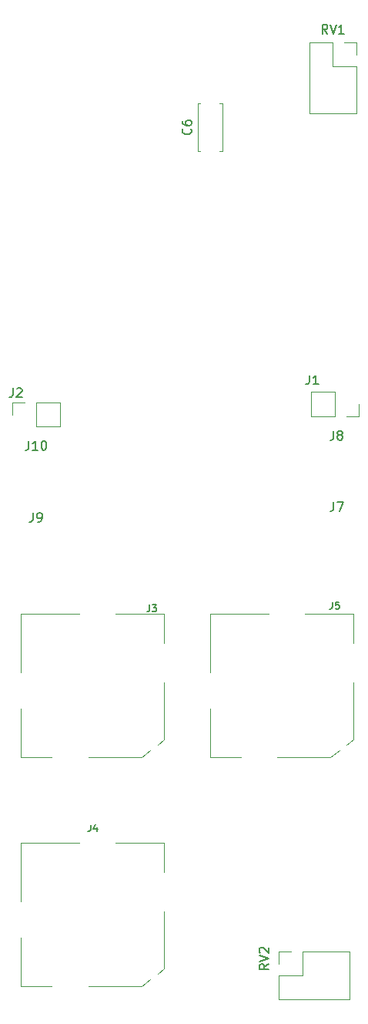
<source format=gbr>
%TF.GenerationSoftware,KiCad,Pcbnew,(6.0.1)*%
%TF.CreationDate,2023-06-21T18:56:58+02:00*%
%TF.ProjectId,output,6f757470-7574-42e6-9b69-6361645f7063,rev?*%
%TF.SameCoordinates,Original*%
%TF.FileFunction,Legend,Top*%
%TF.FilePolarity,Positive*%
%FSLAX46Y46*%
G04 Gerber Fmt 4.6, Leading zero omitted, Abs format (unit mm)*
G04 Created by KiCad (PCBNEW (6.0.1)) date 2023-06-21 18:56:58*
%MOMM*%
%LPD*%
G01*
G04 APERTURE LIST*
%ADD10C,0.150000*%
%ADD11C,0.120000*%
G04 APERTURE END LIST*
D10*
%TO.C,J7*%
X86216666Y-103642380D02*
X86216666Y-104356666D01*
X86169047Y-104499523D01*
X86073809Y-104594761D01*
X85930952Y-104642380D01*
X85835714Y-104642380D01*
X86597619Y-103642380D02*
X87264285Y-103642380D01*
X86835714Y-104642380D01*
%TO.C,J10*%
X52690476Y-96942380D02*
X52690476Y-97656666D01*
X52642857Y-97799523D01*
X52547619Y-97894761D01*
X52404761Y-97942380D01*
X52309523Y-97942380D01*
X53690476Y-97942380D02*
X53119047Y-97942380D01*
X53404761Y-97942380D02*
X53404761Y-96942380D01*
X53309523Y-97085238D01*
X53214285Y-97180476D01*
X53119047Y-97228095D01*
X54309523Y-96942380D02*
X54404761Y-96942380D01*
X54500000Y-96990000D01*
X54547619Y-97037619D01*
X54595238Y-97132857D01*
X54642857Y-97323333D01*
X54642857Y-97561428D01*
X54595238Y-97751904D01*
X54547619Y-97847142D01*
X54500000Y-97894761D01*
X54404761Y-97942380D01*
X54309523Y-97942380D01*
X54214285Y-97894761D01*
X54166666Y-97847142D01*
X54119047Y-97751904D01*
X54071428Y-97561428D01*
X54071428Y-97323333D01*
X54119047Y-97132857D01*
X54166666Y-97037619D01*
X54214285Y-96990000D01*
X54309523Y-96942380D01*
%TO.C,J2*%
X50956666Y-91142380D02*
X50956666Y-91856666D01*
X50909047Y-91999523D01*
X50813809Y-92094761D01*
X50670952Y-92142380D01*
X50575714Y-92142380D01*
X51385238Y-91237619D02*
X51432857Y-91190000D01*
X51528095Y-91142380D01*
X51766190Y-91142380D01*
X51861428Y-91190000D01*
X51909047Y-91237619D01*
X51956666Y-91332857D01*
X51956666Y-91428095D01*
X51909047Y-91570952D01*
X51337619Y-92142380D01*
X51956666Y-92142380D01*
%TO.C,J4*%
X59500000Y-139089285D02*
X59500000Y-139625000D01*
X59464285Y-139732142D01*
X59392857Y-139803571D01*
X59285714Y-139839285D01*
X59214285Y-139839285D01*
X60178571Y-139339285D02*
X60178571Y-139839285D01*
X60000000Y-139053571D02*
X59821428Y-139589285D01*
X60285714Y-139589285D01*
%TO.C,J3*%
X66000000Y-114949285D02*
X66000000Y-115485000D01*
X65964285Y-115592142D01*
X65892857Y-115663571D01*
X65785714Y-115699285D01*
X65714285Y-115699285D01*
X66285714Y-114949285D02*
X66750000Y-114949285D01*
X66500000Y-115235000D01*
X66607142Y-115235000D01*
X66678571Y-115270714D01*
X66714285Y-115306428D01*
X66750000Y-115377857D01*
X66750000Y-115556428D01*
X66714285Y-115627857D01*
X66678571Y-115663571D01*
X66607142Y-115699285D01*
X66392857Y-115699285D01*
X66321428Y-115663571D01*
X66285714Y-115627857D01*
%TO.C,J8*%
X86216666Y-95842380D02*
X86216666Y-96556666D01*
X86169047Y-96699523D01*
X86073809Y-96794761D01*
X85930952Y-96842380D01*
X85835714Y-96842380D01*
X86835714Y-96270952D02*
X86740476Y-96223333D01*
X86692857Y-96175714D01*
X86645238Y-96080476D01*
X86645238Y-96032857D01*
X86692857Y-95937619D01*
X86740476Y-95890000D01*
X86835714Y-95842380D01*
X87026190Y-95842380D01*
X87121428Y-95890000D01*
X87169047Y-95937619D01*
X87216666Y-96032857D01*
X87216666Y-96080476D01*
X87169047Y-96175714D01*
X87121428Y-96223333D01*
X87026190Y-96270952D01*
X86835714Y-96270952D01*
X86740476Y-96318571D01*
X86692857Y-96366190D01*
X86645238Y-96461428D01*
X86645238Y-96651904D01*
X86692857Y-96747142D01*
X86740476Y-96794761D01*
X86835714Y-96842380D01*
X87026190Y-96842380D01*
X87121428Y-96794761D01*
X87169047Y-96747142D01*
X87216666Y-96651904D01*
X87216666Y-96461428D01*
X87169047Y-96366190D01*
X87121428Y-96318571D01*
X87026190Y-96270952D01*
%TO.C,C6*%
X70501142Y-62686666D02*
X70548761Y-62734285D01*
X70596380Y-62877142D01*
X70596380Y-62972380D01*
X70548761Y-63115238D01*
X70453523Y-63210476D01*
X70358285Y-63258095D01*
X70167809Y-63305714D01*
X70024952Y-63305714D01*
X69834476Y-63258095D01*
X69739238Y-63210476D01*
X69644000Y-63115238D01*
X69596380Y-62972380D01*
X69596380Y-62877142D01*
X69644000Y-62734285D01*
X69691619Y-62686666D01*
X69596380Y-61829523D02*
X69596380Y-62020000D01*
X69644000Y-62115238D01*
X69691619Y-62162857D01*
X69834476Y-62258095D01*
X70024952Y-62305714D01*
X70405904Y-62305714D01*
X70501142Y-62258095D01*
X70548761Y-62210476D01*
X70596380Y-62115238D01*
X70596380Y-61924761D01*
X70548761Y-61829523D01*
X70501142Y-61781904D01*
X70405904Y-61734285D01*
X70167809Y-61734285D01*
X70072571Y-61781904D01*
X70024952Y-61829523D01*
X69977333Y-61924761D01*
X69977333Y-62115238D01*
X70024952Y-62210476D01*
X70072571Y-62258095D01*
X70167809Y-62305714D01*
%TO.C,J5*%
X86100000Y-114639285D02*
X86100000Y-115175000D01*
X86064285Y-115282142D01*
X85992857Y-115353571D01*
X85885714Y-115389285D01*
X85814285Y-115389285D01*
X86814285Y-114639285D02*
X86457142Y-114639285D01*
X86421428Y-114996428D01*
X86457142Y-114960714D01*
X86528571Y-114925000D01*
X86707142Y-114925000D01*
X86778571Y-114960714D01*
X86814285Y-114996428D01*
X86850000Y-115067857D01*
X86850000Y-115246428D01*
X86814285Y-115317857D01*
X86778571Y-115353571D01*
X86707142Y-115389285D01*
X86528571Y-115389285D01*
X86457142Y-115353571D01*
X86421428Y-115317857D01*
%TO.C,J1*%
X83546666Y-89732380D02*
X83546666Y-90446666D01*
X83499047Y-90589523D01*
X83403809Y-90684761D01*
X83260952Y-90732380D01*
X83165714Y-90732380D01*
X84546666Y-90732380D02*
X83975238Y-90732380D01*
X84260952Y-90732380D02*
X84260952Y-89732380D01*
X84165714Y-89875238D01*
X84070476Y-89970476D01*
X83975238Y-90018095D01*
%TO.C,RV1*%
X85549761Y-52232380D02*
X85216428Y-51756190D01*
X84978333Y-52232380D02*
X84978333Y-51232380D01*
X85359285Y-51232380D01*
X85454523Y-51280000D01*
X85502142Y-51327619D01*
X85549761Y-51422857D01*
X85549761Y-51565714D01*
X85502142Y-51660952D01*
X85454523Y-51708571D01*
X85359285Y-51756190D01*
X84978333Y-51756190D01*
X85835476Y-51232380D02*
X86168809Y-52232380D01*
X86502142Y-51232380D01*
X87359285Y-52232380D02*
X86787857Y-52232380D01*
X87073571Y-52232380D02*
X87073571Y-51232380D01*
X86978333Y-51375238D01*
X86883095Y-51470476D01*
X86787857Y-51518095D01*
%TO.C,J9*%
X53166666Y-104842380D02*
X53166666Y-105556666D01*
X53119047Y-105699523D01*
X53023809Y-105794761D01*
X52880952Y-105842380D01*
X52785714Y-105842380D01*
X53690476Y-105842380D02*
X53880952Y-105842380D01*
X53976190Y-105794761D01*
X54023809Y-105747142D01*
X54119047Y-105604285D01*
X54166666Y-105413809D01*
X54166666Y-105032857D01*
X54119047Y-104937619D01*
X54071428Y-104890000D01*
X53976190Y-104842380D01*
X53785714Y-104842380D01*
X53690476Y-104890000D01*
X53642857Y-104937619D01*
X53595238Y-105032857D01*
X53595238Y-105270952D01*
X53642857Y-105366190D01*
X53690476Y-105413809D01*
X53785714Y-105461428D01*
X53976190Y-105461428D01*
X54071428Y-105413809D01*
X54119047Y-105366190D01*
X54166666Y-105270952D01*
%TO.C,RV2*%
X79052380Y-154385238D02*
X78576190Y-154718571D01*
X79052380Y-154956666D02*
X78052380Y-154956666D01*
X78052380Y-154575714D01*
X78100000Y-154480476D01*
X78147619Y-154432857D01*
X78242857Y-154385238D01*
X78385714Y-154385238D01*
X78480952Y-154432857D01*
X78528571Y-154480476D01*
X78576190Y-154575714D01*
X78576190Y-154956666D01*
X78052380Y-154099523D02*
X79052380Y-153766190D01*
X78052380Y-153432857D01*
X78147619Y-153147142D02*
X78100000Y-153099523D01*
X78052380Y-153004285D01*
X78052380Y-152766190D01*
X78100000Y-152670952D01*
X78147619Y-152623333D01*
X78242857Y-152575714D01*
X78338095Y-152575714D01*
X78480952Y-152623333D01*
X79052380Y-153194761D01*
X79052380Y-152575714D01*
D11*
%TO.C,J2*%
X50920000Y-92720000D02*
X52250000Y-92720000D01*
X53520000Y-95380000D02*
X56120000Y-95380000D01*
X50920000Y-94050000D02*
X50920000Y-92720000D01*
X53520000Y-95380000D02*
X53520000Y-92720000D01*
X53520000Y-92720000D02*
X56120000Y-92720000D01*
X56120000Y-95380000D02*
X56120000Y-92720000D01*
%TO.C,J4*%
X67600000Y-154850000D02*
X66860000Y-155440000D01*
X67600000Y-141100000D02*
X67600000Y-144300000D01*
X66040000Y-156090000D02*
X65100000Y-156850000D01*
X51850000Y-141100000D02*
X58250000Y-141100000D01*
X55250000Y-156850000D02*
X51850000Y-156850000D01*
X51850000Y-156850000D02*
X51850000Y-151500000D01*
X67600000Y-148600000D02*
X67600000Y-154800000D01*
X51850000Y-147500000D02*
X51850000Y-141100000D01*
X65100000Y-156850000D02*
X59250000Y-156850000D01*
X62250000Y-141100000D02*
X67600000Y-141100000D01*
X67600000Y-154800000D02*
X67600000Y-154850000D01*
%TO.C,J3*%
X66040000Y-130940000D02*
X65100000Y-131700000D01*
X67600000Y-123450000D02*
X67600000Y-129650000D01*
X62250000Y-115950000D02*
X67600000Y-115950000D01*
X67600000Y-129700000D02*
X66860000Y-130290000D01*
X67600000Y-115950000D02*
X67600000Y-119150000D01*
X65100000Y-131700000D02*
X59250000Y-131700000D01*
X51850000Y-131700000D02*
X51850000Y-126350000D01*
X51850000Y-115950000D02*
X58250000Y-115950000D01*
X51850000Y-122350000D02*
X51850000Y-115950000D01*
X67600000Y-129650000D02*
X67600000Y-129700000D01*
X55250000Y-131700000D02*
X51850000Y-131700000D01*
%TO.C,C6*%
X73699000Y-65140000D02*
X74014000Y-65140000D01*
X71274000Y-59900000D02*
X71589000Y-59900000D01*
X71274000Y-65140000D02*
X71589000Y-65140000D01*
X71274000Y-65140000D02*
X71274000Y-59900000D01*
X73699000Y-59900000D02*
X74014000Y-59900000D01*
X74014000Y-65140000D02*
X74014000Y-59900000D01*
%TO.C,J5*%
X72650000Y-115950000D02*
X79050000Y-115950000D01*
X83050000Y-115950000D02*
X88400000Y-115950000D01*
X72650000Y-122350000D02*
X72650000Y-115950000D01*
X88400000Y-115950000D02*
X88400000Y-119150000D01*
X88400000Y-123450000D02*
X88400000Y-129650000D01*
X86840000Y-130940000D02*
X85900000Y-131700000D01*
X72650000Y-131700000D02*
X72650000Y-126350000D01*
X85900000Y-131700000D02*
X80050000Y-131700000D01*
X88400000Y-129700000D02*
X87660000Y-130290000D01*
X76050000Y-131700000D02*
X72650000Y-131700000D01*
X88400000Y-129650000D02*
X88400000Y-129700000D01*
%TO.C,J1*%
X86380000Y-91570000D02*
X86380000Y-94230000D01*
X86380000Y-91570000D02*
X83780000Y-91570000D01*
X86380000Y-94230000D02*
X83780000Y-94230000D01*
X83780000Y-91570000D02*
X83780000Y-94230000D01*
X88980000Y-94230000D02*
X87650000Y-94230000D01*
X88980000Y-92900000D02*
X88980000Y-94230000D01*
%TO.C,RV1*%
X86145000Y-53220000D02*
X86145000Y-55820000D01*
X88745000Y-53220000D02*
X88745000Y-54550000D01*
X83545000Y-53220000D02*
X86145000Y-53220000D01*
X88745000Y-55820000D02*
X88745000Y-60960000D01*
X86145000Y-55820000D02*
X88745000Y-55820000D01*
X83545000Y-53220000D02*
X83545000Y-60960000D01*
X83545000Y-60960000D02*
X88745000Y-60960000D01*
X87415000Y-53220000D02*
X88745000Y-53220000D01*
%TO.C,RV2*%
X80195000Y-158230000D02*
X80195000Y-155630000D01*
X80195000Y-155630000D02*
X82795000Y-155630000D01*
X82795000Y-153030000D02*
X87935000Y-153030000D01*
X80195000Y-158230000D02*
X87935000Y-158230000D01*
X87935000Y-158230000D02*
X87935000Y-153030000D01*
X82795000Y-155630000D02*
X82795000Y-153030000D01*
X80195000Y-154360000D02*
X80195000Y-153030000D01*
X80195000Y-153030000D02*
X81525000Y-153030000D01*
%TD*%
M02*

</source>
